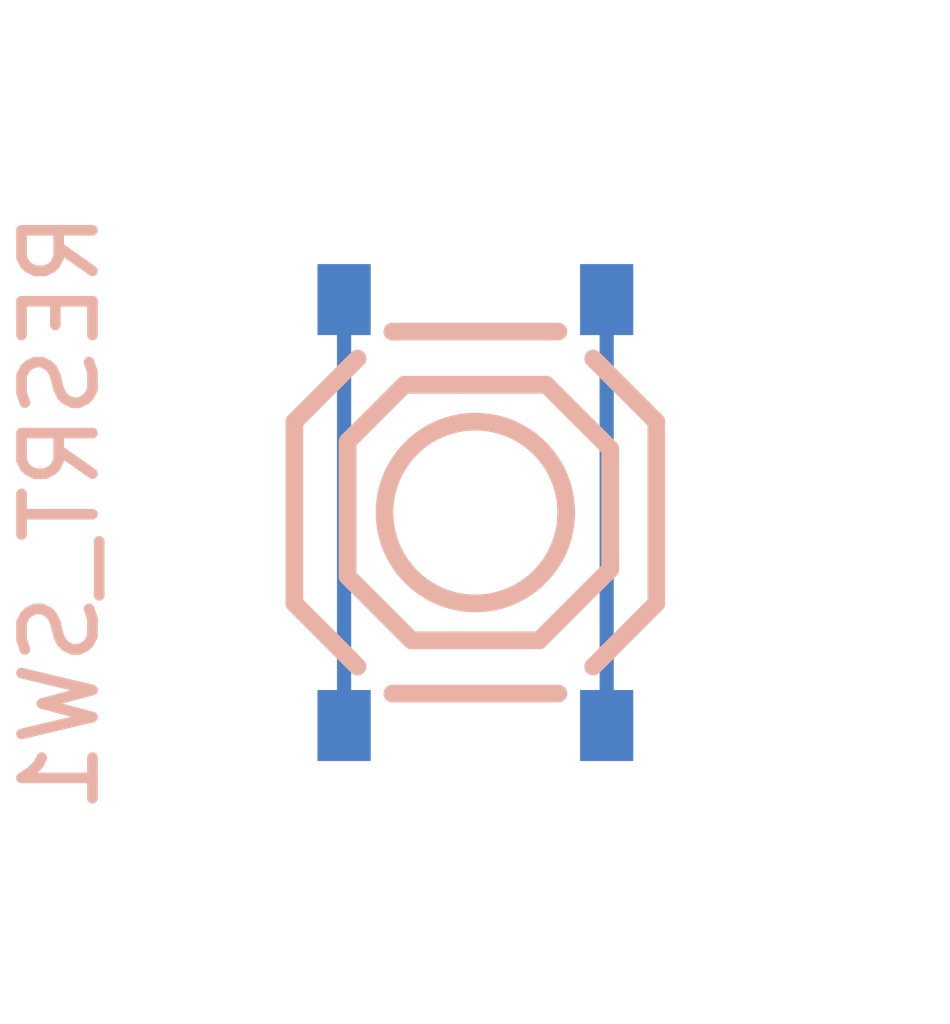
<source format=kicad_pcb>
(kicad_pcb (version 20241229) (generator "pcbnew") (generator_version "9.0")
  (layers (0 "F.Cu" signal) (2 "B.Cu" signal) (13 "F.Paste" user) (15 "B.Paste" user) (5 "F.SilkS" user "F.Silkscreen") (7 "B.SilkS" user "B.Silkscreen") (1 "F.Mask" user) (3 "B.Mask" user) (25 "Edge.Cuts" user))
  (net 0 "")
  (net 1 "GND")
  (net 2 "RESET")
  (footprint "ErgoCai.pretty:SW-SMD_4P-L5.1-W5.1-P3.70-LS6.5-TL_H1.5" (layer "B.Cu") (at 0 0 -90)
    (property "Reference" "RESRT_SW1" (at 0 5.85 90) (layer "B.SilkS") (effects (justify mirror)))
    (property "Value" "TS-1187A-B-A-B")
    (fp_line (start -1.28 2.55) (end 1.28 2.55) (stroke (width 0.25)) (layer "B.SilkS"))
    (fp_line (start -1.28 2.55) (end -2.17 1.66) (stroke (width 0.25)) (layer "B.SilkS"))
    (fp_line (start 1.28 2.55) (end 2.17 1.66) (stroke (width 0.25)) (layer "B.SilkS"))
    (fp_line (start -1 1.8) (end 0.9 1.8) (stroke (width 0.25)) (layer "B.SilkS"))
    (fp_line (start 0.9 1.8) (end 1.8 0.9) (stroke (width 0.25)) (layer "B.SilkS"))
    (fp_line (start -2.55 1.17) (end -2.55 -1.17) (stroke (width 0.25)) (layer "B.SilkS"))
    (fp_line (start 2.55 1.17) (end 2.55 -1.17) (stroke (width 0.25)) (layer "B.SilkS"))
    (fp_line (start -1.8 1) (end -1 1.8) (stroke (width 0.25)) (layer "B.SilkS"))
    (fp_line (start 1.8 0.9) (end 1.8 -0.9) (stroke (width 0.25)) (layer "B.SilkS"))
    (fp_line (start 1.8 -0.9) (end 0.8 -1.9) (stroke (width 0.25)) (layer "B.SilkS"))
    (fp_line (start -1.8 -1) (end -1.8 1) (stroke (width 0.25)) (layer "B.SilkS"))
    (fp_line (start -2.17 -1.66) (end -1.28 -2.55) (stroke (width 0.25)) (layer "B.SilkS"))
    (fp_line (start 2.17 -1.66) (end 1.28 -2.55) (stroke (width 0.25)) (layer "B.SilkS"))
    (fp_line (start -0.9 -1.9) (end -1.8 -1) (stroke (width 0.25)) (layer "B.SilkS"))
    (fp_line (start 0.8 -1.9) (end -0.9 -1.9) (stroke (width 0.25)) (layer "B.SilkS"))
    (fp_line (start -1.28 -2.55) (end 1.28 -2.55) (stroke (width 0.25)) (layer "B.SilkS"))
    (fp_circle (center 0 0) (end 1.28 0) (stroke (width 0.25)) (fill no) (layer "B.SilkS"))
    (pad "1" smd rect (at -3 1.85 270) (size 1 0.75) (layers "B.Cu" "B.Mask" "B.Paste") (net 2 "RESET"))
    (pad "2" smd rect (at 3 1.85 270) (size 1 0.75) (layers "B.Cu" "B.Mask" "B.Paste") (net 2 "RESET"))
    (pad "3" smd rect (at -3 -1.85 270) (size 1 0.75) (layers "B.Cu" "B.Mask" "B.Paste") (net 1 "GND"))
    (pad "4" smd rect (at 3 -1.85 270) (size 1 0.75) (layers "B.Cu" "B.Mask" "B.Paste") (net 1 "GND"))
  )
  (segment (start 1.85 -3) (end 1.85 3) (width 0.2) (layer "B.Cu") (net 1))
  (segment (start -1.85 -3) (end -1.85 3) (width 0.2) (layer "B.Cu") (net 2))
)
</source>
